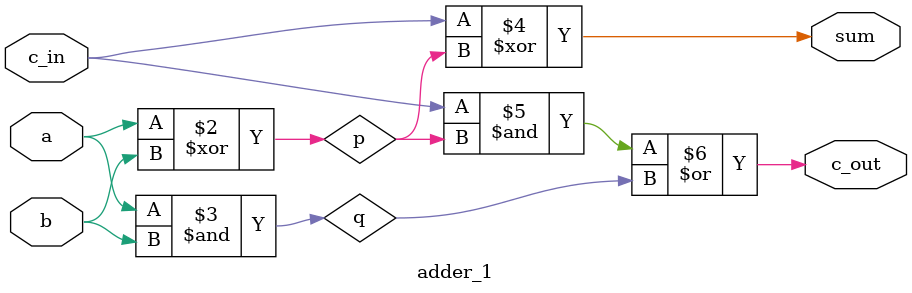
<source format=sv>
/*
  a 1 bit addder that we can daisy chain for 
  ripple carry adders
*/

module adder_1(a, b, c_in, sum, c_out);

input wire a, b, c_in;
output logic sum, c_out;

logic p, q;

always_comb begin
    p = a ^ b;
    q = a & b;
    sum = c_in ^ p;
    c_out = (c_in & p) | q;
end

endmodule

</source>
